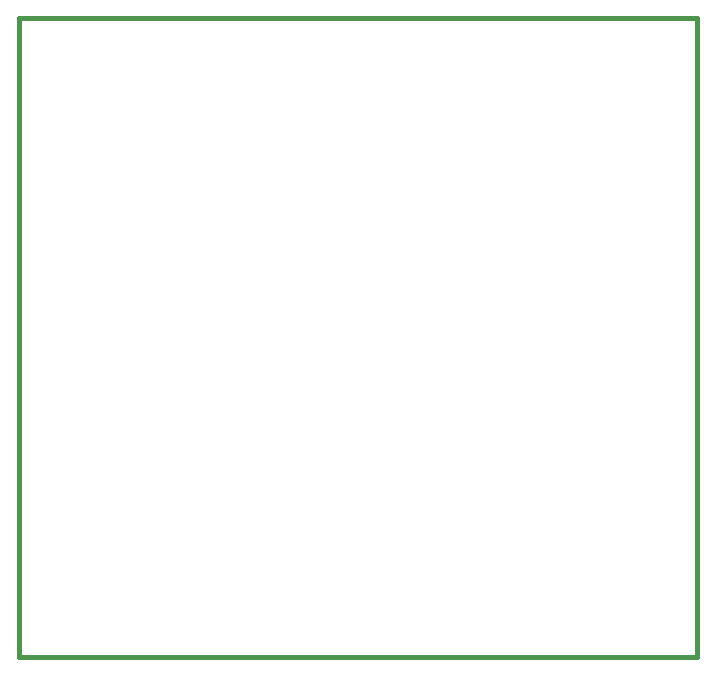
<source format=gbr>
G04 (created by PCBNEW (2013-mar-13)-testing) date dom 26 may 2013 19:55:22 CEST*
%MOIN*%
G04 Gerber Fmt 3.4, Leading zero omitted, Abs format*
%FSLAX34Y34*%
G01*
G70*
G90*
G04 APERTURE LIST*
%ADD10C,0.039370*%
%ADD11C,0.015000*%
G04 APERTURE END LIST*
G54D10*
G54D11*
X19600Y-6500D02*
X20100Y-6500D01*
X19600Y-27800D02*
X19600Y-6500D01*
X42200Y-27800D02*
X19600Y-27800D01*
X42200Y-27700D02*
X42200Y-27800D01*
X42200Y-6500D02*
X42200Y-27700D01*
X20100Y-6500D02*
X42200Y-6500D01*
M02*

</source>
